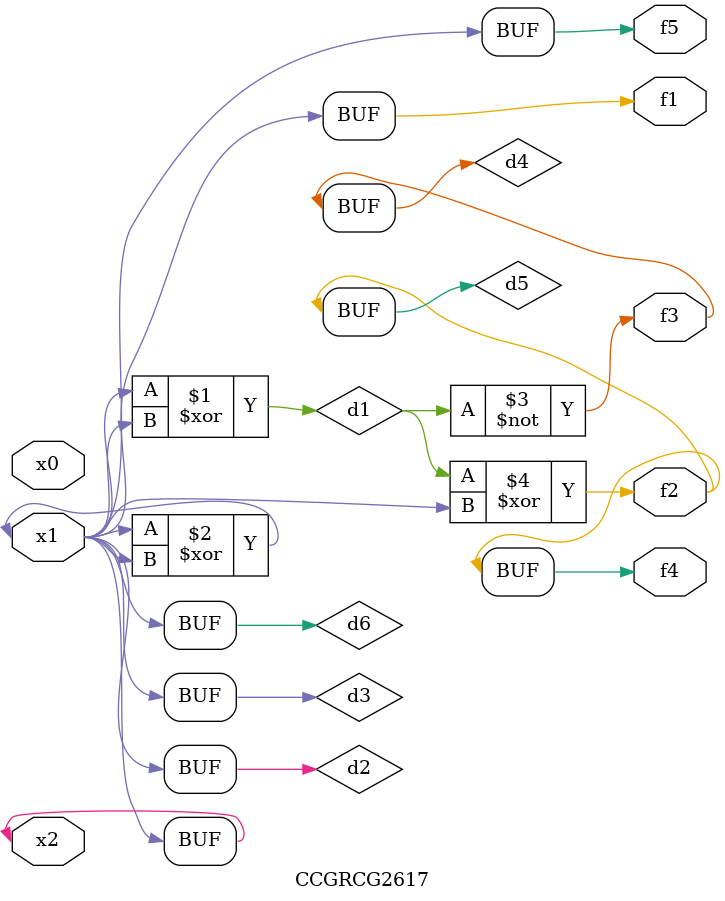
<source format=v>
module CCGRCG2617(
	input x0, x1, x2,
	output f1, f2, f3, f4, f5
);

	wire d1, d2, d3, d4, d5, d6;

	xor (d1, x1, x2);
	buf (d2, x1, x2);
	xor (d3, x1, x2);
	nor (d4, d1);
	xor (d5, d1, d2);
	buf (d6, d2, d3);
	assign f1 = d6;
	assign f2 = d5;
	assign f3 = d4;
	assign f4 = d5;
	assign f5 = d6;
endmodule

</source>
